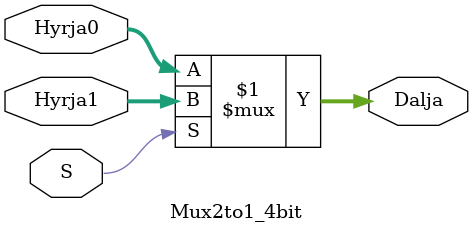
<source format=v>
`timescale 1ns / 1ps


module Mux2to1_4bit(
    input[3:0] Hyrja0,
    input[3:0] Hyrja1,
    input S,
    output[3:0] Dalja
    );
    
assign Dalja = S ? Hyrja1 : Hyrja0;
endmodule

</source>
